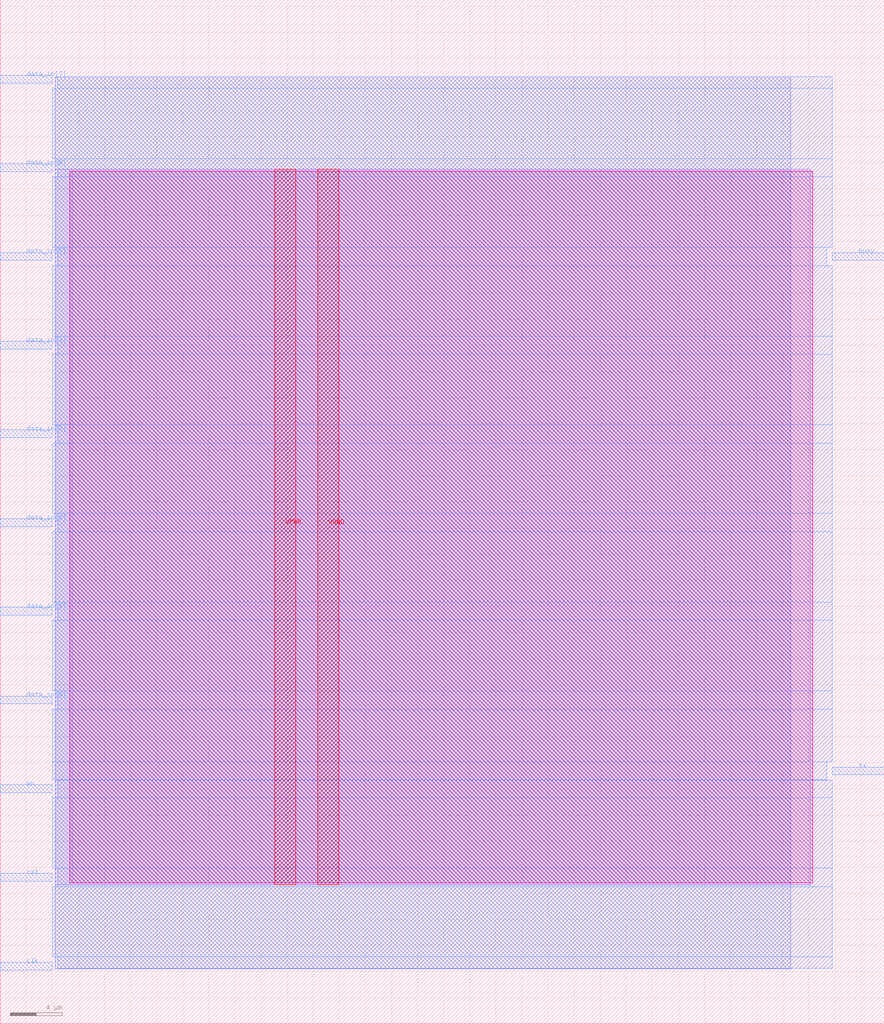
<source format=lef>
VERSION 5.7 ;
  NOWIREEXTENSIONATPIN ON ;
  DIVIDERCHAR "/" ;
  BUSBITCHARS "[]" ;
MACRO top
  CLASS BLOCK ;
  FOREIGN top ;
  ORIGIN 0.000 0.000 ;
  SIZE 67.770 BY 78.490 ;
  PIN VGND
    DIRECTION INOUT ;
    USE GROUND ;
    PORT
      LAYER met4 ;
        RECT 24.340 10.640 25.940 65.520 ;
    END
  END VGND
  PIN VPWR
    DIRECTION INOUT ;
    USE POWER ;
    PORT
      LAYER met4 ;
        RECT 21.040 10.640 22.640 65.520 ;
    END
  END VPWR
  PIN busy
    DIRECTION OUTPUT ;
    USE SIGNAL ;
    ANTENNADIFFAREA 0.445500 ;
    PORT
      LAYER met3 ;
        RECT 63.770 58.520 67.770 59.120 ;
    END
  END busy
  PIN clk
    DIRECTION INPUT ;
    USE SIGNAL ;
    ANTENNAGATEAREA 0.852000 ;
    PORT
      LAYER met3 ;
        RECT 0.000 4.120 4.000 4.720 ;
    END
  END clk
  PIN data_in[0]
    DIRECTION INPUT ;
    USE SIGNAL ;
    ANTENNAGATEAREA 0.196500 ;
    PORT
      LAYER met3 ;
        RECT 0.000 24.520 4.000 25.120 ;
    END
  END data_in[0]
  PIN data_in[1]
    DIRECTION INPUT ;
    USE SIGNAL ;
    ANTENNAGATEAREA 0.196500 ;
    PORT
      LAYER met3 ;
        RECT 0.000 31.320 4.000 31.920 ;
    END
  END data_in[1]
  PIN data_in[2]
    DIRECTION INPUT ;
    USE SIGNAL ;
    ANTENNAGATEAREA 0.196500 ;
    PORT
      LAYER met3 ;
        RECT 0.000 38.120 4.000 38.720 ;
    END
  END data_in[2]
  PIN data_in[3]
    DIRECTION INPUT ;
    USE SIGNAL ;
    ANTENNAGATEAREA 0.196500 ;
    PORT
      LAYER met3 ;
        RECT 0.000 44.920 4.000 45.520 ;
    END
  END data_in[3]
  PIN data_in[4]
    DIRECTION INPUT ;
    USE SIGNAL ;
    ANTENNAGATEAREA 0.196500 ;
    PORT
      LAYER met3 ;
        RECT 0.000 51.720 4.000 52.320 ;
    END
  END data_in[4]
  PIN data_in[5]
    DIRECTION INPUT ;
    USE SIGNAL ;
    ANTENNAGATEAREA 0.196500 ;
    PORT
      LAYER met3 ;
        RECT 0.000 58.520 4.000 59.120 ;
    END
  END data_in[5]
  PIN data_in[6]
    DIRECTION INPUT ;
    USE SIGNAL ;
    ANTENNAGATEAREA 0.196500 ;
    PORT
      LAYER met3 ;
        RECT 0.000 65.320 4.000 65.920 ;
    END
  END data_in[6]
  PIN data_in[7]
    DIRECTION INPUT ;
    USE SIGNAL ;
    ANTENNAGATEAREA 0.196500 ;
    PORT
      LAYER met3 ;
        RECT 0.000 72.120 4.000 72.720 ;
    END
  END data_in[7]
  PIN en
    DIRECTION INPUT ;
    USE SIGNAL ;
    ANTENNAGATEAREA 0.213000 ;
    PORT
      LAYER met3 ;
        RECT 0.000 17.720 4.000 18.320 ;
    END
  END en
  PIN rst
    DIRECTION INPUT ;
    USE SIGNAL ;
    ANTENNAGATEAREA 0.196500 ;
    PORT
      LAYER met3 ;
        RECT 0.000 10.920 4.000 11.520 ;
    END
  END rst
  PIN tx
    DIRECTION OUTPUT ;
    USE SIGNAL ;
    ANTENNADIFFAREA 0.445500 ;
    PORT
      LAYER met3 ;
        RECT 63.770 19.080 67.770 19.680 ;
    END
  END tx
  OBS
      LAYER nwell ;
        RECT 5.330 10.795 62.290 65.365 ;
      LAYER li1 ;
        RECT 5.520 10.795 62.100 65.365 ;
      LAYER met1 ;
        RECT 4.210 10.640 62.100 65.520 ;
      LAYER met2 ;
        RECT 4.230 4.235 60.620 72.605 ;
      LAYER met3 ;
        RECT 4.400 71.720 63.770 72.585 ;
        RECT 3.990 66.320 63.770 71.720 ;
        RECT 4.400 64.920 63.770 66.320 ;
        RECT 3.990 59.520 63.770 64.920 ;
        RECT 4.400 58.120 63.370 59.520 ;
        RECT 3.990 52.720 63.770 58.120 ;
        RECT 4.400 51.320 63.770 52.720 ;
        RECT 3.990 45.920 63.770 51.320 ;
        RECT 4.400 44.520 63.770 45.920 ;
        RECT 3.990 39.120 63.770 44.520 ;
        RECT 4.400 37.720 63.770 39.120 ;
        RECT 3.990 32.320 63.770 37.720 ;
        RECT 4.400 30.920 63.770 32.320 ;
        RECT 3.990 25.520 63.770 30.920 ;
        RECT 4.400 24.120 63.770 25.520 ;
        RECT 3.990 20.080 63.770 24.120 ;
        RECT 3.990 18.720 63.370 20.080 ;
        RECT 4.400 18.680 63.370 18.720 ;
        RECT 4.400 17.320 63.770 18.680 ;
        RECT 3.990 11.920 63.770 17.320 ;
        RECT 4.400 10.520 63.770 11.920 ;
        RECT 3.990 5.120 63.770 10.520 ;
        RECT 4.400 4.255 63.770 5.120 ;
  END
END top
END LIBRARY


</source>
